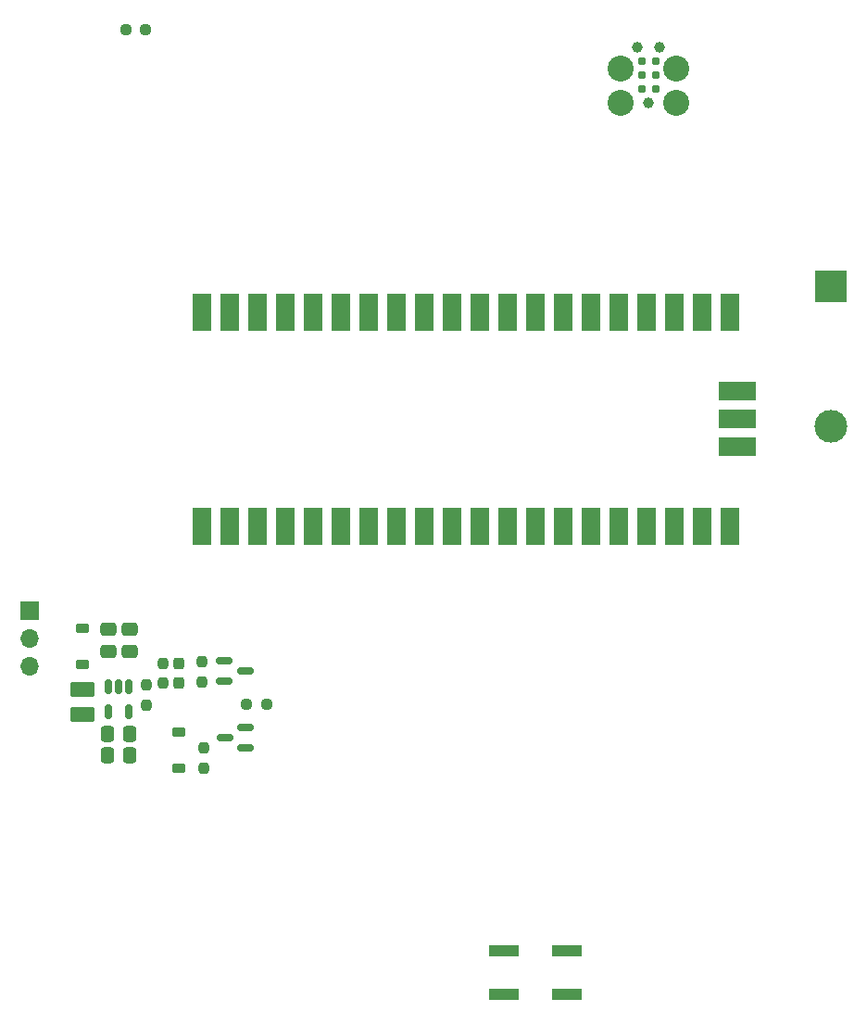
<source format=gbr>
%TF.GenerationSoftware,KiCad,Pcbnew,7.0.9*%
%TF.CreationDate,2024-02-03T11:29:30-06:00*%
%TF.ProjectId,bsidesPR,62736964-6573-4505-922e-6b696361645f,rev?*%
%TF.SameCoordinates,Original*%
%TF.FileFunction,Soldermask,Bot*%
%TF.FilePolarity,Negative*%
%FSLAX46Y46*%
G04 Gerber Fmt 4.6, Leading zero omitted, Abs format (unit mm)*
G04 Created by KiCad (PCBNEW 7.0.9) date 2024-02-03 11:29:30*
%MOMM*%
%LPD*%
G01*
G04 APERTURE LIST*
G04 Aperture macros list*
%AMRoundRect*
0 Rectangle with rounded corners*
0 $1 Rounding radius*
0 $2 $3 $4 $5 $6 $7 $8 $9 X,Y pos of 4 corners*
0 Add a 4 corners polygon primitive as box body*
4,1,4,$2,$3,$4,$5,$6,$7,$8,$9,$2,$3,0*
0 Add four circle primitives for the rounded corners*
1,1,$1+$1,$2,$3*
1,1,$1+$1,$4,$5*
1,1,$1+$1,$6,$7*
1,1,$1+$1,$8,$9*
0 Add four rect primitives between the rounded corners*
20,1,$1+$1,$2,$3,$4,$5,0*
20,1,$1+$1,$4,$5,$6,$7,0*
20,1,$1+$1,$6,$7,$8,$9,0*
20,1,$1+$1,$8,$9,$2,$3,0*%
G04 Aperture macros list end*
%ADD10RoundRect,0.237500X-0.237500X0.300000X-0.237500X-0.300000X0.237500X-0.300000X0.237500X0.300000X0*%
%ADD11RoundRect,0.250000X-0.475000X0.337500X-0.475000X-0.337500X0.475000X-0.337500X0.475000X0.337500X0*%
%ADD12RoundRect,0.237500X-0.237500X0.250000X-0.237500X-0.250000X0.237500X-0.250000X0.237500X0.250000X0*%
%ADD13RoundRect,0.237500X0.250000X0.237500X-0.250000X0.237500X-0.250000X-0.237500X0.250000X-0.237500X0*%
%ADD14RoundRect,0.225000X0.375000X-0.225000X0.375000X0.225000X-0.375000X0.225000X-0.375000X-0.225000X0*%
%ADD15RoundRect,0.250001X0.849999X-0.462499X0.849999X0.462499X-0.849999X0.462499X-0.849999X-0.462499X0*%
%ADD16R,1.700000X1.700000*%
%ADD17O,1.700000X1.700000*%
%ADD18RoundRect,0.250000X-0.337500X-0.475000X0.337500X-0.475000X0.337500X0.475000X-0.337500X0.475000X0*%
%ADD19R,2.750000X1.000000*%
%ADD20R,1.700000X3.500000*%
%ADD21R,3.500000X1.700000*%
%ADD22RoundRect,0.237500X-0.250000X-0.237500X0.250000X-0.237500X0.250000X0.237500X-0.250000X0.237500X0*%
%ADD23RoundRect,0.150000X-0.587500X-0.150000X0.587500X-0.150000X0.587500X0.150000X-0.587500X0.150000X0*%
%ADD24RoundRect,0.225000X-0.375000X0.225000X-0.375000X-0.225000X0.375000X-0.225000X0.375000X0.225000X0*%
%ADD25R,3.000000X3.000000*%
%ADD26C,3.000000*%
%ADD27C,2.374900*%
%ADD28C,0.990600*%
%ADD29C,0.787400*%
%ADD30RoundRect,0.150000X-0.150000X0.512500X-0.150000X-0.512500X0.150000X-0.512500X0.150000X0.512500X0*%
%ADD31RoundRect,0.150000X0.587500X0.150000X-0.587500X0.150000X-0.587500X-0.150000X0.587500X-0.150000X0*%
G04 APERTURE END LIST*
D10*
%TO.C,C3*%
X96586888Y-120871421D03*
X96586888Y-122596421D03*
%TD*%
D11*
%TO.C,C5*%
X92086888Y-117696421D03*
X92086888Y-119771421D03*
%TD*%
D12*
%TO.C,R1*%
X98838172Y-128579401D03*
X98838172Y-130404401D03*
%TD*%
D13*
%TO.C,R6*%
X93511672Y-62941701D03*
X91686672Y-62941701D03*
%TD*%
D14*
%TO.C,D51*%
X96552172Y-130379901D03*
X96552172Y-127079901D03*
%TD*%
D12*
%TO.C,R4*%
X98670672Y-120675401D03*
X98670672Y-122500401D03*
%TD*%
D15*
%TO.C,L1*%
X87736888Y-125536421D03*
X87736888Y-123211421D03*
%TD*%
D16*
%TO.C,J3*%
X82947172Y-115976901D03*
D17*
X82947172Y-118516901D03*
X82947172Y-121056901D03*
%TD*%
D18*
%TO.C,C2*%
X90011888Y-127233921D03*
X92086888Y-127233921D03*
%TD*%
%TO.C,C1*%
X90011888Y-129233921D03*
X92086888Y-129233921D03*
%TD*%
D12*
%TO.C,R3*%
X93586888Y-122821421D03*
X93586888Y-124646421D03*
%TD*%
D19*
%TO.C,SW1*%
X132007888Y-147045921D03*
X126247888Y-147045921D03*
X132007888Y-151045921D03*
X126247888Y-151045921D03*
%TD*%
D20*
%TO.C,U1*%
X98647888Y-88709921D03*
X101187888Y-88709921D03*
X103727888Y-88709921D03*
X106267888Y-88709921D03*
X108807888Y-88709921D03*
X111347888Y-88709921D03*
X113887888Y-88709921D03*
X116427888Y-88709921D03*
X118967888Y-88709921D03*
X121507888Y-88709921D03*
X124047888Y-88709921D03*
X126587888Y-88709921D03*
X129127888Y-88709921D03*
X131667888Y-88709921D03*
X134207888Y-88709921D03*
X136747888Y-88709921D03*
X139287888Y-88709921D03*
X141827888Y-88709921D03*
X144367888Y-88709921D03*
X146907888Y-88709921D03*
X146907888Y-108289921D03*
X144367888Y-108289921D03*
X141827888Y-108289921D03*
X139287888Y-108289921D03*
X136747888Y-108289921D03*
X134207888Y-108289921D03*
X131667888Y-108289921D03*
X129127888Y-108289921D03*
X126587888Y-108289921D03*
X124047888Y-108289921D03*
X121507888Y-108289921D03*
X118967888Y-108289921D03*
X116427888Y-108289921D03*
X113887888Y-108289921D03*
X111347888Y-108289921D03*
X108807888Y-108289921D03*
X106267888Y-108289921D03*
X103727888Y-108289921D03*
X101187888Y-108289921D03*
X98647888Y-108289921D03*
D21*
X147577888Y-95959921D03*
X147577888Y-98499921D03*
X147577888Y-101039921D03*
%TD*%
D22*
%TO.C,R5*%
X102758172Y-124537901D03*
X104583172Y-124537901D03*
%TD*%
D11*
%TO.C,C4*%
X90086888Y-117696421D03*
X90086888Y-119771421D03*
%TD*%
D23*
%TO.C,Q2*%
X100733172Y-122487901D03*
X100733172Y-120587901D03*
X102608172Y-121537901D03*
%TD*%
D24*
%TO.C,D52*%
X87736888Y-117583921D03*
X87736888Y-120883921D03*
%TD*%
D25*
%TO.C,BT1*%
X156113000Y-86360000D03*
D26*
X156113000Y-99160000D03*
%TD*%
D27*
%TO.C,J2*%
X136972972Y-69647301D03*
D28*
X139512972Y-69647301D03*
D27*
X142052972Y-69647301D03*
X136972972Y-66472301D03*
X142052972Y-66472301D03*
D28*
X138496972Y-64567301D03*
X140528972Y-64567301D03*
D29*
X138877972Y-68377301D03*
X140147972Y-68377301D03*
X138877972Y-67107301D03*
X140147972Y-67107301D03*
X138877972Y-65837301D03*
X140147972Y-65837301D03*
%TD*%
D12*
%TO.C,R2*%
X95086888Y-120821421D03*
X95086888Y-122646421D03*
%TD*%
D30*
%TO.C,U2*%
X90086888Y-122958921D03*
X91036888Y-122958921D03*
X91986888Y-122958921D03*
X91986888Y-125233921D03*
X90086888Y-125233921D03*
%TD*%
D31*
%TO.C,Q1*%
X102670672Y-126637901D03*
X102670672Y-128537901D03*
X100795672Y-127587901D03*
%TD*%
M02*

</source>
